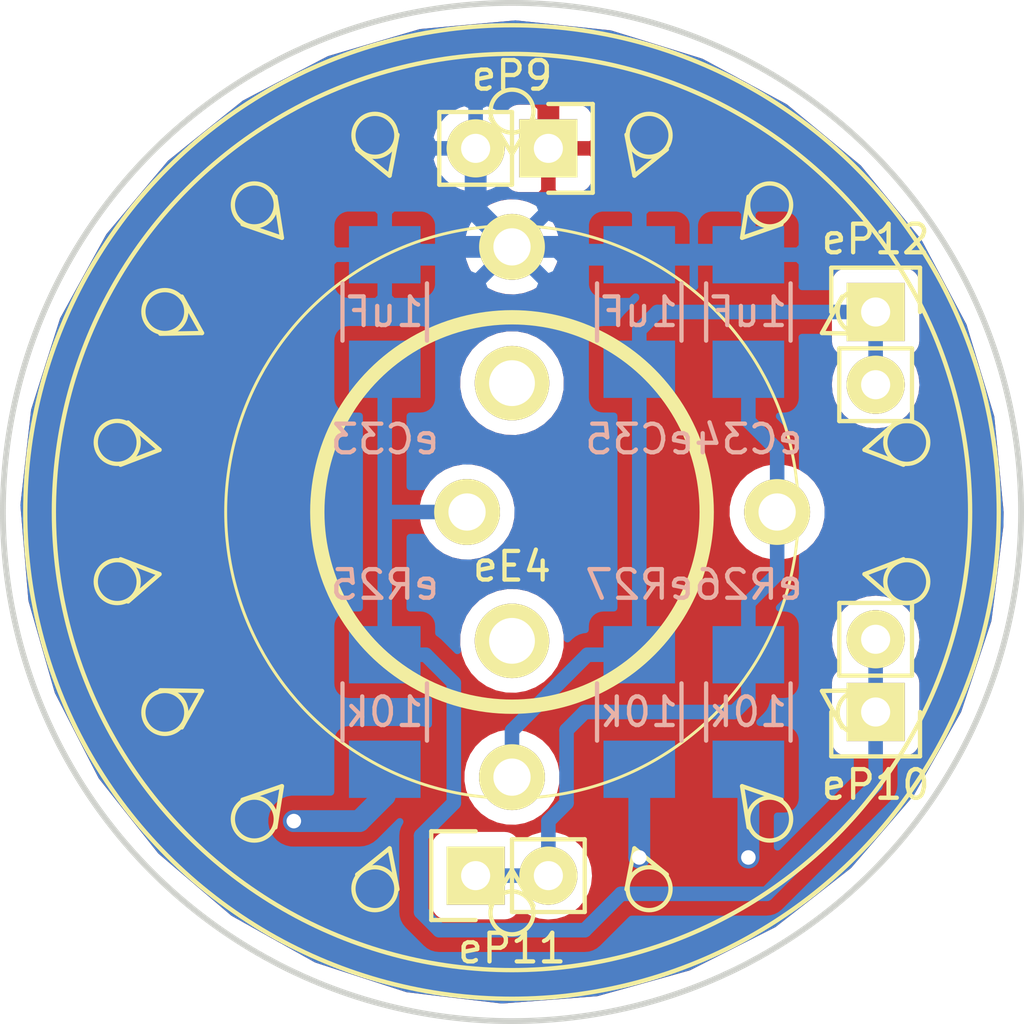
<source format=kicad_pcb>
(kicad_pcb (version 20160815) (host pcbnew 4.1.0-alpha+201609021633+7109~49~ubuntu16.04.1-product)

  (general
    (links 19)
    (no_connects 0)
    (area 123.723399 73.558399 159.486601 109.321601)
    (thickness 1.6)
    (drawings 1)
    (tracks 68)
    (zones 0)
    (modules 11)
    (nets 6)
  )

  (page A4)
  (layers
    (0 F.Cu signal)
    (31 B.Cu signal)
    (32 B.Adhes user)
    (33 F.Adhes user)
    (34 B.Paste user)
    (35 F.Paste user)
    (36 B.SilkS user)
    (37 F.SilkS user)
    (38 B.Mask user)
    (39 F.Mask user)
    (40 Dwgs.User user)
    (41 Cmts.User user)
    (42 Eco1.User user)
    (43 Eco2.User user)
    (44 Edge.Cuts user)
    (45 Margin user)
    (46 B.CrtYd user)
    (47 F.CrtYd user)
    (48 B.Fab user)
    (49 F.Fab user)
  )

  (setup
    (last_trace_width 0.254)
    (user_trace_width 0.254)
    (user_trace_width 0.508)
    (user_trace_width 0.762)
    (user_trace_width 1.016)
    (trace_clearance 0.1905)
    (zone_clearance 0.508)
    (zone_45_only no)
    (trace_min 0)
    (segment_width 0.2032)
    (edge_width 0.1524)
    (via_size 0.762)
    (via_drill 0.508)
    (via_min_size 0.4)
    (via_min_drill 0.3)
    (uvia_size 0.3)
    (uvia_drill 0.1)
    (uvias_allowed no)
    (uvia_min_size 0)
    (uvia_min_drill 0)
    (pcb_text_width 0.3048)
    (pcb_text_size 1.524 1.524)
    (mod_edge_width 0.1524)
    (mod_text_size 1.016 1.016)
    (mod_text_width 0.1524)
    (pad_size 1.524 1.524)
    (pad_drill 1.016)
    (pad_to_mask_clearance 0.2)
    (aux_axis_origin 0 0)
    (visible_elements FFFFEF7F)
    (pcbplotparams
      (layerselection 0x010f0_ffffffff)
      (usegerberextensions true)
      (usegerberattributes true)
      (excludeedgelayer true)
      (linewidth 0.101600)
      (plotframeref false)
      (viasonmask false)
      (mode 1)
      (useauxorigin false)
      (hpglpennumber 1)
      (hpglpenspeed 20)
      (hpglpendiameter 15)
      (psnegative false)
      (psa4output false)
      (plotreference true)
      (plotvalue true)
      (plotinvisibletext false)
      (padsonsilk false)
      (subtractmaskfromsilk true)
      (outputformat 1)
      (mirror false)
      (drillshape 0)
      (scaleselection 1)
      (outputdirectory gerber/encB))
  )

  (net 0 "")
  (net 1 /eGND)
  (net 2 /eEBS)
  (net 3 /eEBB)
  (net 4 /eEBA)
  (net 5 /eVCC)

  (net_class Default "This is the default net class."
    (clearance 0.1905)
    (trace_width 0.254)
    (via_dia 0.762)
    (via_drill 0.508)
    (uvia_dia 0.3)
    (uvia_drill 0.1)
    (diff_pair_gap 0.25)
    (diff_pair_width 0.2)
  )

  (net_class 20mil ""
    (clearance 0.1905)
    (trace_width 0.508)
    (via_dia 0.762)
    (via_drill 0.508)
    (uvia_dia 0.3)
    (uvia_drill 0.1)
    (diff_pair_gap 0.25)
    (diff_pair_width 0.2)
    (add_net /eEBA)
    (add_net /eEBB)
    (add_net /eEBS)
  )

  (net_class 30mil ""
    (clearance 0.1905)
    (trace_width 0.762)
    (via_dia 0.762)
    (via_drill 0.508)
    (uvia_dia 0.3)
    (uvia_drill 0.1)
    (diff_pair_gap 0.25)
    (diff_pair_width 0.2)
    (add_net /eGND)
    (add_net /eVCC)
  )

  (net_class 40mil ""
    (clearance 0.1905)
    (trace_width 1.016)
    (via_dia 0.762)
    (via_drill 0.508)
    (uvia_dia 0.3)
    (uvia_drill 0.1)
    (diff_pair_gap 0.25)
    (diff_pair_width 0.2)
  )

  (module velokey-footprints:TSWA3NCD23LFS (layer F.Cu) (tedit 57CEF748) (tstamp 57CEF644)
    (at 141.605 91.44 90)
    (path /57CDE2ED/56F82794)
    (fp_text reference eE4 (at -1.905 0 180) (layer F.SilkS)
      (effects (font (size 1 1) (thickness 0.15)))
    )
    (fp_text value ENC_B (at 1.905 0) (layer F.Fab)
      (effects (font (size 1 1) (thickness 0.15)))
    )
    (fp_circle (center 0 0) (end 10 0) (layer F.SilkS) (width 0.1016))
    (fp_line (start 12.5 0) (end 13.75 0.75) (layer F.SilkS) (width 0.15))
    (fp_line (start 13.75 -0.75) (end 12.5 0) (layer F.SilkS) (width 0.15))
    (fp_circle (center 14 0) (end 14 -0.75) (layer F.SilkS) (width 0.15))
    (fp_circle (center 0 0) (end 16 0) (layer F.SilkS) (width 0.15))
    (fp_circle (center 0 0) (end 17 0) (layer F.SilkS) (width 0.15))
    (fp_circle (center 0 0) (end 6.8 0) (layer F.SilkS) (width 0.5))
    (fp_circle (center 13.155697 -4.788282) (end 12.899182 -5.493051) (layer F.SilkS) (width 0.15))
    (fp_circle (center 10.724622 -8.999027) (end 10.242531 -9.57356) (layer F.SilkS) (width 0.15))
    (fp_circle (center 7 -12.124356) (end 6.350481 -12.499356) (layer F.SilkS) (width 0.15))
    (fp_circle (center 2.431074 -13.787309) (end 1.692469 -13.917545) (layer F.SilkS) (width 0.15))
    (fp_circle (center -2.431074 -13.787309) (end -3.16968 -13.657072) (layer F.SilkS) (width 0.15))
    (fp_circle (center -7 -12.124356) (end -7.649519 -11.749356) (layer F.SilkS) (width 0.15))
    (fp_circle (center -10.724622 -8.999027) (end -11.206713 -8.424493) (layer F.SilkS) (width 0.15))
    (fp_circle (center -13.155697 -4.788282) (end -13.412212 -4.083513) (layer F.SilkS) (width 0.15))
    (fp_circle (center -14 0) (end -14 0.75) (layer F.SilkS) (width 0.15))
    (fp_circle (center -13.155697 4.788282) (end -12.899182 5.493051) (layer F.SilkS) (width 0.15))
    (fp_circle (center -10.724622 8.999027) (end -10.242531 9.57356) (layer F.SilkS) (width 0.15))
    (fp_circle (center -7 12.124356) (end -6.350481 12.499356) (layer F.SilkS) (width 0.15))
    (fp_circle (center -2.431074 13.787309) (end -1.692469 13.917545) (layer F.SilkS) (width 0.15))
    (fp_circle (center 2.431074 13.787309) (end 3.16968 13.657072) (layer F.SilkS) (width 0.15))
    (fp_circle (center 7 12.124356) (end 7.649519 11.749356) (layer F.SilkS) (width 0.15))
    (fp_circle (center 10.724622 8.999027) (end 11.206713 8.424493) (layer F.SilkS) (width 0.15))
    (fp_circle (center 13.155697 4.788282) (end 13.412212 4.083513) (layer F.SilkS) (width 0.15))
    (fp_line (start 11.746158 -4.275252) (end 13.177289 -3.998008) (layer F.SilkS) (width 0.15))
    (fp_line (start 9.575556 -8.034845) (end 11.015202 -8.263796) (layer F.SilkS) (width 0.15))
    (fp_line (start 6.25 -10.825318) (end 7.524519 -11.532849) (layer F.SilkS) (width 0.15))
    (fp_line (start 2.170602 -12.310097) (end 3.126268 -13.41087) (layer F.SilkS) (width 0.15))
    (fp_line (start -2.170602 -12.310097) (end -1.649057 -13.671343) (layer F.SilkS) (width 0.15))
    (fp_line (start -6.25 -10.825318) (end -6.225481 -12.282849) (layer F.SilkS) (width 0.15))
    (fp_line (start -9.575556 -8.034845) (end -10.05102 -9.412863) (layer F.SilkS) (width 0.15))
    (fp_line (start -11.746158 -4.275252) (end -12.664258 -5.407546) (layer F.SilkS) (width 0.15))
    (fp_line (start -12.5 0) (end -13.75 -0.75) (layer F.SilkS) (width 0.15))
    (fp_line (start -11.746158 4.275252) (end -13.177289 3.998008) (layer F.SilkS) (width 0.15))
    (fp_line (start -9.575556 8.034845) (end -11.015202 8.263796) (layer F.SilkS) (width 0.15))
    (fp_line (start -6.25 10.825318) (end -7.524519 11.532849) (layer F.SilkS) (width 0.15))
    (fp_line (start -2.170602 12.310097) (end -3.126268 13.41087) (layer F.SilkS) (width 0.15))
    (fp_line (start 2.170602 12.310097) (end 1.649057 13.671343) (layer F.SilkS) (width 0.15))
    (fp_line (start 6.25 10.825318) (end 6.225481 12.282849) (layer F.SilkS) (width 0.15))
    (fp_line (start 9.575556 8.034845) (end 10.05102 9.412863) (layer F.SilkS) (width 0.15))
    (fp_line (start 11.746158 4.275252) (end 12.664258 5.407546) (layer F.SilkS) (width 0.15))
    (fp_line (start 12.664258 -5.407546) (end 11.746158 -4.275252) (layer F.SilkS) (width 0.15))
    (fp_line (start 10.05102 -9.412863) (end 9.575556 -8.034845) (layer F.SilkS) (width 0.15))
    (fp_line (start 6.225481 -12.282849) (end 6.25 -10.825318) (layer F.SilkS) (width 0.15))
    (fp_line (start 1.649057 -13.671343) (end 2.170602 -12.310097) (layer F.SilkS) (width 0.15))
    (fp_line (start -3.126268 -13.41087) (end -2.170602 -12.310097) (layer F.SilkS) (width 0.15))
    (fp_line (start -7.524519 -11.532849) (end -6.25 -10.825318) (layer F.SilkS) (width 0.15))
    (fp_line (start -11.015202 -8.263796) (end -9.575556 -8.034845) (layer F.SilkS) (width 0.15))
    (fp_line (start -13.177289 -3.998008) (end -11.746158 -4.275252) (layer F.SilkS) (width 0.15))
    (fp_line (start -13.75 0.75) (end -12.5 0) (layer F.SilkS) (width 0.15))
    (fp_line (start -12.664258 5.407546) (end -11.746158 4.275252) (layer F.SilkS) (width 0.15))
    (fp_line (start -10.05102 9.412863) (end -9.575556 8.034845) (layer F.SilkS) (width 0.15))
    (fp_line (start -6.225481 12.282849) (end -6.25 10.825318) (layer F.SilkS) (width 0.15))
    (fp_line (start -1.649057 13.671343) (end -2.170602 12.310097) (layer F.SilkS) (width 0.15))
    (fp_line (start 3.126268 13.41087) (end 2.170602 12.310097) (layer F.SilkS) (width 0.15))
    (fp_line (start 7.524519 11.532849) (end 6.25 10.825318) (layer F.SilkS) (width 0.15))
    (fp_line (start 11.015202 8.263796) (end 9.575556 8.034845) (layer F.SilkS) (width 0.15))
    (fp_line (start 13.177289 3.998008) (end 11.746158 4.275252) (layer F.SilkS) (width 0.15))
    (pad 4 thru_hole circle (at 0 -1.57 90) (size 2.3 2.3) (drill 1.3) (layers *.Cu *.Mask F.SilkS)
      (net 2 /eEBS))
    (pad 5 thru_hole circle (at -4.5 0 90) (size 2.6 2.6) (drill 1.6) (layers *.Cu *.Mask F.SilkS))
    (pad 1 thru_hole circle (at -9.26 0 90) (size 2.3 2.3) (drill 1.3) (layers *.Cu *.Mask F.SilkS)
      (net 4 /eEBA))
    (pad 6 thru_hole circle (at 4.5 0 90) (size 2.6 2.6) (drill 1.6) (layers *.Cu *.Mask F.SilkS))
    (pad 2 thru_hole circle (at 9.26 0 90) (size 2.3 2.3) (drill 1.3) (layers *.Cu *.Mask F.SilkS)
      (net 1 /eGND))
    (pad 3 thru_hole circle (at 0 9.26 90) (size 2.3 2.3) (drill 1.3) (layers *.Cu *.Mask F.SilkS)
      (net 3 /eEBB))
    (model ${KIPRJMOD}/3d_models/enc_a.wrl
      (at (xyz 0 0 0))
      (scale (xyz 1 1 1))
      (rotate (xyz 0 0 0))
    )
  )

  (module Pin_Headers:Pin_Header_Straight_1x02 (layer F.Cu) (tedit 57CEF755) (tstamp 57CEF6A7)
    (at 154.305 98.425 180)
    (descr "Through hole pin header")
    (tags "pin header")
    (path /57CDE2ED/57CEA935)
    (fp_text reference eP10 (at 0 -2.54 180) (layer F.SilkS)
      (effects (font (size 1 1) (thickness 0.15)))
    )
    (fp_text value ENC_B_2 (at 0 -3.1 180) (layer F.Fab) hide
      (effects (font (size 1 1) (thickness 0.15)))
    )
    (fp_line (start 1.27 1.27) (end 1.27 3.81) (layer F.SilkS) (width 0.15))
    (fp_line (start 1.55 -1.55) (end 1.55 0) (layer F.SilkS) (width 0.15))
    (fp_line (start -1.75 -1.75) (end -1.75 4.3) (layer F.CrtYd) (width 0.05))
    (fp_line (start 1.75 -1.75) (end 1.75 4.3) (layer F.CrtYd) (width 0.05))
    (fp_line (start -1.75 -1.75) (end 1.75 -1.75) (layer F.CrtYd) (width 0.05))
    (fp_line (start -1.75 4.3) (end 1.75 4.3) (layer F.CrtYd) (width 0.05))
    (fp_line (start 1.27 1.27) (end -1.27 1.27) (layer F.SilkS) (width 0.15))
    (fp_line (start -1.55 0) (end -1.55 -1.55) (layer F.SilkS) (width 0.15))
    (fp_line (start -1.55 -1.55) (end 1.55 -1.55) (layer F.SilkS) (width 0.15))
    (fp_line (start -1.27 1.27) (end -1.27 3.81) (layer F.SilkS) (width 0.15))
    (fp_line (start -1.27 3.81) (end 1.27 3.81) (layer F.SilkS) (width 0.15))
    (pad 1 thru_hole rect (at 0 0 180) (size 2.032 2.032) (drill 1.016) (layers *.Cu *.Mask F.SilkS)
      (net 2 /eEBS))
    (pad 2 thru_hole oval (at 0 2.54 180) (size 2.032 2.032) (drill 1.016) (layers *.Cu *.Mask F.SilkS)
      (net 2 /eEBS))
    (model Pin_Headers.3dshapes/Pin_Header_Straight_1x02.wrl
      (at (xyz 0 -0.05 0))
      (scale (xyz 1 1 1))
      (rotate (xyz 0 0 90))
    )
  )

  (module velokey-footprints:R_1210_HandSoldering (layer B.Cu) (tedit 57CEF738) (tstamp 57CEF7A9)
    (at 149.86 98.425 90)
    (descr "Resistor SMD 1210, hand soldering")
    (tags "resistor 1210")
    (path /57CDE2ED/57CEA915)
    (attr smd)
    (fp_text reference eR26 (at 4.445 0 180) (layer B.SilkS)
      (effects (font (size 1 1) (thickness 0.15)) (justify mirror))
    )
    (fp_text value 10k (at 0 0 180) (layer B.SilkS)
      (effects (font (size 1 1) (thickness 0.15)) (justify mirror))
    )
    (fp_line (start -3.3 1.6) (end 3.3 1.6) (layer B.CrtYd) (width 0.05))
    (fp_line (start -3.3 -1.6) (end 3.3 -1.6) (layer B.CrtYd) (width 0.05))
    (fp_line (start -3.3 1.6) (end -3.3 -1.6) (layer B.CrtYd) (width 0.05))
    (fp_line (start 3.3 1.6) (end 3.3 -1.6) (layer B.CrtYd) (width 0.05))
    (fp_line (start 1 -1.475) (end -1 -1.475) (layer B.SilkS) (width 0.15))
    (fp_line (start -1 1.475) (end 1 1.475) (layer B.SilkS) (width 0.15))
    (pad 1 smd rect (at -2 0 90) (size 2 2.5) (layers B.Cu B.Paste B.Mask)
      (net 5 /eVCC))
    (pad 2 smd rect (at 2 0 90) (size 2 2.5) (layers B.Cu B.Paste B.Mask)
      (net 3 /eEBB))
    (model ${KIPRJMOD}/3d_models/Res_smd_1210.wrl
      (at (xyz 0 0 0))
      (scale (xyz 1 1 1))
      (rotate (xyz 0 0 0))
    )
  )

  (module velokey-footprints:R_1210_HandSoldering (layer B.Cu) (tedit 57CEF733) (tstamp 57CEF79E)
    (at 146.05 98.425 90)
    (descr "Resistor SMD 1210, hand soldering")
    (tags "resistor 1210")
    (path /57CDE2ED/57CEA916)
    (attr smd)
    (fp_text reference eR27 (at 4.445 0 180) (layer B.SilkS)
      (effects (font (size 1 1) (thickness 0.15)) (justify mirror))
    )
    (fp_text value 10k (at 0 0 180) (layer B.SilkS)
      (effects (font (size 1 1) (thickness 0.15)) (justify mirror))
    )
    (fp_line (start -3.3 1.6) (end 3.3 1.6) (layer B.CrtYd) (width 0.05))
    (fp_line (start -3.3 -1.6) (end 3.3 -1.6) (layer B.CrtYd) (width 0.05))
    (fp_line (start -3.3 1.6) (end -3.3 -1.6) (layer B.CrtYd) (width 0.05))
    (fp_line (start 3.3 1.6) (end 3.3 -1.6) (layer B.CrtYd) (width 0.05))
    (fp_line (start 1 -1.475) (end -1 -1.475) (layer B.SilkS) (width 0.15))
    (fp_line (start -1 1.475) (end 1 1.475) (layer B.SilkS) (width 0.15))
    (pad 1 smd rect (at -2 0 90) (size 2 2.5) (layers B.Cu B.Paste B.Mask)
      (net 5 /eVCC))
    (pad 2 smd rect (at 2 0 90) (size 2 2.5) (layers B.Cu B.Paste B.Mask)
      (net 4 /eEBA))
    (model ${KIPRJMOD}/3d_models/Res_smd_1210.wrl
      (at (xyz 0 0 0))
      (scale (xyz 1 1 1))
      (rotate (xyz 0 0 0))
    )
  )

  (module velokey-footprints:C_1210_HandSoldering (layer B.Cu) (tedit 57CEF728) (tstamp 57CEF793)
    (at 149.86 84.455 90)
    (descr "Capacitor SMD 1210, hand soldering")
    (tags "capacitor 1210")
    (path /57CDE2ED/56B0FC8A)
    (attr smd)
    (fp_text reference eC34 (at -4.445 0 180) (layer B.SilkS)
      (effects (font (size 1 1) (thickness 0.15)) (justify mirror))
    )
    (fp_text value 1uF (at 0 0 180) (layer B.SilkS)
      (effects (font (size 1 1) (thickness 0.15)) (justify mirror))
    )
    (fp_line (start -3.3 1.6) (end 3.3 1.6) (layer B.CrtYd) (width 0.05))
    (fp_line (start -3.3 -1.6) (end 3.3 -1.6) (layer B.CrtYd) (width 0.05))
    (fp_line (start -3.3 1.6) (end -3.3 -1.6) (layer B.CrtYd) (width 0.05))
    (fp_line (start 3.3 1.6) (end 3.3 -1.6) (layer B.CrtYd) (width 0.05))
    (fp_line (start 1 1.475) (end -1 1.475) (layer B.SilkS) (width 0.15))
    (fp_line (start -1 -1.475) (end 1 -1.475) (layer B.SilkS) (width 0.15))
    (pad 1 smd rect (at -2 0 90) (size 2 2.5) (layers B.Cu B.Paste B.Mask)
      (net 3 /eEBB))
    (pad 2 smd rect (at 2 0 90) (size 2 2.5) (layers B.Cu B.Paste B.Mask)
      (net 1 /eGND))
    (model ${KIPRJMOD}/3d_models/Cap_smd_1210.wrl
      (at (xyz 0 0 0))
      (scale (xyz 1 1 1))
      (rotate (xyz 0 0 0))
    )
  )

  (module velokey-footprints:R_1210_HandSoldering (layer B.Cu) (tedit 57CEF72F) (tstamp 57CEF788)
    (at 137.16 98.425 90)
    (descr "Resistor SMD 1210, hand soldering")
    (tags "resistor 1210")
    (path /57CDE2ED/57CEA914)
    (attr smd)
    (fp_text reference eR25 (at 4.445 0 180) (layer B.SilkS)
      (effects (font (size 1 1) (thickness 0.15)) (justify mirror))
    )
    (fp_text value 10k (at 0 0 180) (layer B.SilkS)
      (effects (font (size 1 1) (thickness 0.15)) (justify mirror))
    )
    (fp_line (start -3.3 1.6) (end 3.3 1.6) (layer B.CrtYd) (width 0.05))
    (fp_line (start -3.3 -1.6) (end 3.3 -1.6) (layer B.CrtYd) (width 0.05))
    (fp_line (start -3.3 1.6) (end -3.3 -1.6) (layer B.CrtYd) (width 0.05))
    (fp_line (start 3.3 1.6) (end 3.3 -1.6) (layer B.CrtYd) (width 0.05))
    (fp_line (start 1 -1.475) (end -1 -1.475) (layer B.SilkS) (width 0.15))
    (fp_line (start -1 1.475) (end 1 1.475) (layer B.SilkS) (width 0.15))
    (pad 1 smd rect (at -2 0 90) (size 2 2.5) (layers B.Cu B.Paste B.Mask)
      (net 5 /eVCC))
    (pad 2 smd rect (at 2 0 90) (size 2 2.5) (layers B.Cu B.Paste B.Mask)
      (net 2 /eEBS))
    (model ${KIPRJMOD}/3d_models/Res_smd_1210.wrl
      (at (xyz 0 0 0))
      (scale (xyz 1 1 1))
      (rotate (xyz 0 0 0))
    )
  )

  (module velokey-footprints:C_1210_HandSoldering (layer B.Cu) (tedit 57CEF71E) (tstamp 57CEF77D)
    (at 137.16 84.455 90)
    (descr "Capacitor SMD 1210, hand soldering")
    (tags "capacitor 1210")
    (path /57CDE2ED/56B0FC84)
    (attr smd)
    (fp_text reference eC33 (at -4.445 0 180) (layer B.SilkS)
      (effects (font (size 1 1) (thickness 0.15)) (justify mirror))
    )
    (fp_text value 1uF (at 0 0) (layer B.SilkS)
      (effects (font (size 1 1) (thickness 0.15)) (justify mirror))
    )
    (fp_line (start -3.3 1.6) (end 3.3 1.6) (layer B.CrtYd) (width 0.05))
    (fp_line (start -3.3 -1.6) (end 3.3 -1.6) (layer B.CrtYd) (width 0.05))
    (fp_line (start -3.3 1.6) (end -3.3 -1.6) (layer B.CrtYd) (width 0.05))
    (fp_line (start 3.3 1.6) (end 3.3 -1.6) (layer B.CrtYd) (width 0.05))
    (fp_line (start 1 1.475) (end -1 1.475) (layer B.SilkS) (width 0.15))
    (fp_line (start -1 -1.475) (end 1 -1.475) (layer B.SilkS) (width 0.15))
    (pad 1 smd rect (at -2 0 90) (size 2 2.5) (layers B.Cu B.Paste B.Mask)
      (net 2 /eEBS))
    (pad 2 smd rect (at 2 0 90) (size 2 2.5) (layers B.Cu B.Paste B.Mask)
      (net 1 /eGND))
    (model ${KIPRJMOD}/3d_models/Cap_smd_1210.wrl
      (at (xyz 0 0 0))
      (scale (xyz 1 1 1))
      (rotate (xyz 0 0 0))
    )
  )

  (module velokey-footprints:C_1210_HandSoldering (layer B.Cu) (tedit 57CEF724) (tstamp 57CEF762)
    (at 146.05 84.455 90)
    (descr "Capacitor SMD 1210, hand soldering")
    (tags "capacitor 1210")
    (path /57CDE2ED/57CEA919)
    (attr smd)
    (fp_text reference eC35 (at -4.445 0 180) (layer B.SilkS)
      (effects (font (size 1 1) (thickness 0.15)) (justify mirror))
    )
    (fp_text value 1uF (at 0 0 180) (layer B.SilkS)
      (effects (font (size 1 1) (thickness 0.15)) (justify mirror))
    )
    (fp_line (start -3.3 1.6) (end 3.3 1.6) (layer B.CrtYd) (width 0.05))
    (fp_line (start -3.3 -1.6) (end 3.3 -1.6) (layer B.CrtYd) (width 0.05))
    (fp_line (start -3.3 1.6) (end -3.3 -1.6) (layer B.CrtYd) (width 0.05))
    (fp_line (start 3.3 1.6) (end 3.3 -1.6) (layer B.CrtYd) (width 0.05))
    (fp_line (start 1 1.475) (end -1 1.475) (layer B.SilkS) (width 0.15))
    (fp_line (start -1 -1.475) (end 1 -1.475) (layer B.SilkS) (width 0.15))
    (pad 1 smd rect (at -2 0 90) (size 2 2.5) (layers B.Cu B.Paste B.Mask)
      (net 4 /eEBA))
    (pad 2 smd rect (at 2 0 90) (size 2 2.5) (layers B.Cu B.Paste B.Mask)
      (net 1 /eGND))
    (model ${KIPRJMOD}/3d_models/Cap_smd_1210.wrl
      (at (xyz 0 0 0))
      (scale (xyz 1 1 1))
      (rotate (xyz 0 0 0))
    )
  )

  (module Pin_Headers:Pin_Header_Straight_1x02 (layer F.Cu) (tedit 57CEF75F) (tstamp 57CEF6B7)
    (at 154.305 84.455)
    (descr "Through hole pin header")
    (tags "pin header")
    (path /57CDE2ED/57CEA937)
    (fp_text reference eP12 (at 0 -2.54) (layer F.SilkS)
      (effects (font (size 1 1) (thickness 0.15)))
    )
    (fp_text value ENC_B_4 (at 0 -3.1) (layer F.Fab) hide
      (effects (font (size 1 1) (thickness 0.15)))
    )
    (fp_line (start 1.27 1.27) (end 1.27 3.81) (layer F.SilkS) (width 0.15))
    (fp_line (start 1.55 -1.55) (end 1.55 0) (layer F.SilkS) (width 0.15))
    (fp_line (start -1.75 -1.75) (end -1.75 4.3) (layer F.CrtYd) (width 0.05))
    (fp_line (start 1.75 -1.75) (end 1.75 4.3) (layer F.CrtYd) (width 0.05))
    (fp_line (start -1.75 -1.75) (end 1.75 -1.75) (layer F.CrtYd) (width 0.05))
    (fp_line (start -1.75 4.3) (end 1.75 4.3) (layer F.CrtYd) (width 0.05))
    (fp_line (start 1.27 1.27) (end -1.27 1.27) (layer F.SilkS) (width 0.15))
    (fp_line (start -1.55 0) (end -1.55 -1.55) (layer F.SilkS) (width 0.15))
    (fp_line (start -1.55 -1.55) (end 1.55 -1.55) (layer F.SilkS) (width 0.15))
    (fp_line (start -1.27 1.27) (end -1.27 3.81) (layer F.SilkS) (width 0.15))
    (fp_line (start -1.27 3.81) (end 1.27 3.81) (layer F.SilkS) (width 0.15))
    (pad 1 thru_hole rect (at 0 0) (size 2.032 2.032) (drill 1.016) (layers *.Cu *.Mask F.SilkS)
      (net 4 /eEBA))
    (pad 2 thru_hole oval (at 0 2.54) (size 2.032 2.032) (drill 1.016) (layers *.Cu *.Mask F.SilkS)
      (net 4 /eEBA))
    (model Pin_Headers.3dshapes/Pin_Header_Straight_1x02.wrl
      (at (xyz 0 -0.05 0))
      (scale (xyz 1 1 1))
      (rotate (xyz 0 0 90))
    )
  )

  (module Pin_Headers:Pin_Header_Straight_1x02 (layer F.Cu) (tedit 57CEF75A) (tstamp 57CEF697)
    (at 140.335 104.14 90)
    (descr "Through hole pin header")
    (tags "pin header")
    (path /57CDE2ED/57CEA936)
    (fp_text reference eP11 (at -2.54 1.27 180) (layer F.SilkS)
      (effects (font (size 1 1) (thickness 0.15)))
    )
    (fp_text value ENC_B_3 (at 0 -3.1 90) (layer F.Fab) hide
      (effects (font (size 1 1) (thickness 0.15)))
    )
    (fp_line (start 1.27 1.27) (end 1.27 3.81) (layer F.SilkS) (width 0.15))
    (fp_line (start 1.55 -1.55) (end 1.55 0) (layer F.SilkS) (width 0.15))
    (fp_line (start -1.75 -1.75) (end -1.75 4.3) (layer F.CrtYd) (width 0.05))
    (fp_line (start 1.75 -1.75) (end 1.75 4.3) (layer F.CrtYd) (width 0.05))
    (fp_line (start -1.75 -1.75) (end 1.75 -1.75) (layer F.CrtYd) (width 0.05))
    (fp_line (start -1.75 4.3) (end 1.75 4.3) (layer F.CrtYd) (width 0.05))
    (fp_line (start 1.27 1.27) (end -1.27 1.27) (layer F.SilkS) (width 0.15))
    (fp_line (start -1.55 0) (end -1.55 -1.55) (layer F.SilkS) (width 0.15))
    (fp_line (start -1.55 -1.55) (end 1.55 -1.55) (layer F.SilkS) (width 0.15))
    (fp_line (start -1.27 1.27) (end -1.27 3.81) (layer F.SilkS) (width 0.15))
    (fp_line (start -1.27 3.81) (end 1.27 3.81) (layer F.SilkS) (width 0.15))
    (pad 1 thru_hole rect (at 0 0 90) (size 2.032 2.032) (drill 1.016) (layers *.Cu *.Mask F.SilkS)
      (net 3 /eEBB))
    (pad 2 thru_hole oval (at 0 2.54 90) (size 2.032 2.032) (drill 1.016) (layers *.Cu *.Mask F.SilkS)
      (net 3 /eEBB))
    (model Pin_Headers.3dshapes/Pin_Header_Straight_1x02.wrl
      (at (xyz 0 -0.05 0))
      (scale (xyz 1 1 1))
      (rotate (xyz 0 0 90))
    )
  )

  (module Pin_Headers:Pin_Header_Straight_1x02 (layer F.Cu) (tedit 57CEF74E) (tstamp 57CEF687)
    (at 142.875 78.74 270)
    (descr "Through hole pin header")
    (tags "pin header")
    (path /57CDE2ED/57CEA934)
    (fp_text reference eP9 (at -2.54 1.27) (layer F.SilkS)
      (effects (font (size 1 1) (thickness 0.15)))
    )
    (fp_text value ENC_B_1 (at 0 -3.1 270) (layer F.Fab) hide
      (effects (font (size 1 1) (thickness 0.15)))
    )
    (fp_line (start 1.27 1.27) (end 1.27 3.81) (layer F.SilkS) (width 0.15))
    (fp_line (start 1.55 -1.55) (end 1.55 0) (layer F.SilkS) (width 0.15))
    (fp_line (start -1.75 -1.75) (end -1.75 4.3) (layer F.CrtYd) (width 0.05))
    (fp_line (start 1.75 -1.75) (end 1.75 4.3) (layer F.CrtYd) (width 0.05))
    (fp_line (start -1.75 -1.75) (end 1.75 -1.75) (layer F.CrtYd) (width 0.05))
    (fp_line (start -1.75 4.3) (end 1.75 4.3) (layer F.CrtYd) (width 0.05))
    (fp_line (start 1.27 1.27) (end -1.27 1.27) (layer F.SilkS) (width 0.15))
    (fp_line (start -1.55 0) (end -1.55 -1.55) (layer F.SilkS) (width 0.15))
    (fp_line (start -1.55 -1.55) (end 1.55 -1.55) (layer F.SilkS) (width 0.15))
    (fp_line (start -1.27 1.27) (end -1.27 3.81) (layer F.SilkS) (width 0.15))
    (fp_line (start -1.27 3.81) (end 1.27 3.81) (layer F.SilkS) (width 0.15))
    (pad 1 thru_hole rect (at 0 0 270) (size 2.032 2.032) (drill 1.016) (layers *.Cu *.Mask F.SilkS)
      (net 5 /eVCC))
    (pad 2 thru_hole oval (at 0 2.54 270) (size 2.032 2.032) (drill 1.016) (layers *.Cu *.Mask F.SilkS)
      (net 1 /eGND))
    (model Pin_Headers.3dshapes/Pin_Header_Straight_1x02.wrl
      (at (xyz 0 -0.05 0))
      (scale (xyz 1 1 1))
      (rotate (xyz 0 0 90))
    )
  )

  (gr_circle (center 141.605 91.44) (end 159.385 91.44) (layer Edge.Cuts) (width 0.2032) (tstamp 57CEF330))

  (segment (start 137.16 82.455) (end 136.91 82.455) (width 0.762) (layer B.Cu) (net 1) (tstamp 57CEFB53) (status 30))
  (segment (start 137.16 82.455) (end 139.172 82.455) (width 0.762) (layer B.Cu) (net 1) (tstamp 57CEFB51) (status 10))
  (segment (start 139.447 82.18) (end 139.172 82.455) (width 0.762) (layer B.Cu) (net 1) (tstamp 57CEFB50))
  (segment (start 143.231345 82.18) (end 143.51 82.458655) (width 0.762) (layer B.Cu) (net 1) (tstamp 57CEFB4F))
  (segment (start 141.605 82.18) (end 139.447 82.18) (width 0.762) (layer B.Cu) (net 1) (tstamp 57CEFB4E) (status 10))
  (segment (start 141.605 82.18) (end 143.231345 82.18) (width 0.762) (layer B.Cu) (net 1) (tstamp 57CEFB4D) (status 10))
  (segment (start 143.513655 82.455) (end 146.05 82.455) (width 0.762) (layer B.Cu) (net 1) (tstamp 57CEFB4C) (status 20))
  (segment (start 140.335 80.91) (end 141.605 82.18) (width 0.762) (layer B.Cu) (net 1) (tstamp 57CEFB4B) (status 20))
  (segment (start 143.51 82.458655) (end 143.513655 82.455) (width 0.762) (layer B.Cu) (net 1) (tstamp 57CEFB4A))
  (segment (start 146.05 82.455) (end 149.86 82.455) (width 0.762) (layer B.Cu) (net 1) (tstamp 57CEFB36) (status 30))
  (segment (start 140.335 78.74) (end 140.335 80.91) (width 0.762) (layer B.Cu) (net 1) (tstamp 57CEFB31) (status 10))
  (segment (start 144.145 106.045) (end 139.065 106.045) (width 0.508) (layer B.Cu) (net 2))
  (segment (start 139.065 106.045) (end 138.43 105.41) (width 0.508) (layer B.Cu) (net 2) (tstamp 57D90D21))
  (segment (start 150.495 104.775) (end 145.415 104.775) (width 0.508) (layer B.Cu) (net 2))
  (segment (start 145.415 104.775) (end 144.145 106.045) (width 0.508) (layer B.Cu) (net 2) (tstamp 57D90D12))
  (segment (start 154.305 98.425) (end 154.305 100.965) (width 0.508) (layer B.Cu) (net 2) (status 10))
  (segment (start 138.589 96.425) (end 137.16 96.425) (width 0.508) (layer B.Cu) (net 2) (tstamp 57D906DD) (status 20))
  (segment (start 138.43 105.41) (end 138.43 102.743) (width 0.508) (layer B.Cu) (net 2) (tstamp 57D90D24))
  (segment (start 138.43 102.743) (end 139.573 101.6) (width 0.508) (layer B.Cu) (net 2) (tstamp 57D906D0))
  (segment (start 139.573 101.6) (end 139.573 97.409) (width 0.508) (layer B.Cu) (net 2) (tstamp 57D906D6))
  (segment (start 139.573 97.409) (end 138.589 96.425) (width 0.508) (layer B.Cu) (net 2) (tstamp 57D906D7))
  (segment (start 154.305 100.965) (end 150.495 104.775) (width 0.508) (layer B.Cu) (net 2) (tstamp 57D906B9))
  (segment (start 154.305 98.425) (end 154.305 95.885) (width 0.508) (layer B.Cu) (net 2) (status 30))
  (segment (start 137.16 96.425) (end 137.16 91.44) (width 0.508) (layer B.Cu) (net 2) (tstamp 57CEFB72) (status 10))
  (segment (start 140.035 91.44) (end 137.16 91.44) (width 0.508) (layer B.Cu) (net 2) (tstamp 57CEFB6F) (status 10))
  (segment (start 137.16 86.455) (end 137.16 91.44) (width 0.508) (layer B.Cu) (net 2) (tstamp 57CEFAFF) (status 10))
  (segment (start 142.875 102.235) (end 143.51 101.6) (width 0.508) (layer B.Cu) (net 3))
  (segment (start 142.875 104.14) (end 142.875 102.235) (width 0.508) (layer B.Cu) (net 3) (status 10))
  (segment (start 140.335 104.14) (end 142.875 104.14) (width 0.508) (layer B.Cu) (net 3) (status 30))
  (segment (start 144.145 98.425) (end 143.51 99.06) (width 0.508) (layer B.Cu) (net 3) (tstamp 57CEFB77))
  (segment (start 143.51 99.06) (end 143.51 101.6) (width 0.508) (layer B.Cu) (net 3) (tstamp 57CEFB74))
  (segment (start 149.368 98.425) (end 144.145 98.425) (width 0.508) (layer B.Cu) (net 3) (tstamp 57CEFB6E))
  (segment (start 149.86 97.933) (end 149.368 98.425) (width 0.508) (layer B.Cu) (net 3) (tstamp 57CEFB6B))
  (segment (start 149.86 96.425) (end 149.86 94.615) (width 0.508) (layer B.Cu) (net 3) (tstamp 57CEFB64) (status 10))
  (segment (start 149.86 96.425) (end 149.86 97.933) (width 0.508) (layer B.Cu) (net 3) (tstamp 57CEFB63) (status 10))
  (segment (start 150.865 93.61) (end 150.865 91.44) (width 0.508) (layer B.Cu) (net 3) (tstamp 57CEFB62) (status 20))
  (segment (start 149.86 94.615) (end 150.865 93.61) (width 0.508) (layer B.Cu) (net 3) (tstamp 57CEFB61))
  (segment (start 150.865 89.27) (end 149.86 88.265) (width 0.508) (layer B.Cu) (net 3) (tstamp 57CEFB46))
  (segment (start 150.865 91.44) (end 150.865 89.27) (width 0.508) (layer B.Cu) (net 3) (tstamp 57CEFB45) (status 10))
  (segment (start 149.86 88.265) (end 149.86 86.455) (width 0.508) (layer B.Cu) (net 3) (tstamp 57CEFB44) (status 20))
  (segment (start 154.305 84.455) (end 146.685 84.455) (width 0.508) (layer B.Cu) (net 4) (status 10))
  (segment (start 146.05 85.09) (end 146.05 86.455) (width 0.508) (layer B.Cu) (net 4) (tstamp 57D90400) (status 20))
  (segment (start 146.685 84.455) (end 146.05 85.09) (width 0.508) (layer B.Cu) (net 4) (tstamp 57D903FF))
  (segment (start 154.305 84.455) (end 154.305 86.995) (width 0.508) (layer B.Cu) (net 4) (status 30))
  (segment (start 141.605 100.7) (end 141.605 99.073655) (width 0.508) (layer B.Cu) (net 4) (tstamp 57CEFB78) (status 10))
  (segment (start 141.605 99.073655) (end 142.875 97.803655) (width 0.508) (layer B.Cu) (net 4) (tstamp 57CEFB76))
  (segment (start 142.875 97.79) (end 144.24 96.425) (width 0.508) (layer B.Cu) (net 4) (tstamp 57CEFB6D))
  (segment (start 144.24 96.425) (end 146.05 96.425) (width 0.508) (layer B.Cu) (net 4) (tstamp 57CEFB6C) (status 20))
  (segment (start 142.875 97.803655) (end 142.875 97.79) (width 0.508) (layer B.Cu) (net 4) (tstamp 57CEFB6A))
  (segment (start 146.05 96.425) (end 146.05 86.455) (width 0.508) (layer B.Cu) (net 4) (tstamp 57CEFB47) (status 30))
  (segment (start 144.653 107.315) (end 139.065 107.315) (width 0.762) (layer F.Cu) (net 5))
  (segment (start 139.065 107.315) (end 133.985 102.235) (width 0.762) (layer F.Cu) (net 5) (tstamp 57D90771))
  (segment (start 137.16 100.425) (end 137.16 101.346) (width 0.762) (layer B.Cu) (net 5) (status 30))
  (segment (start 137.16 101.346) (end 136.271 102.235) (width 0.762) (layer B.Cu) (net 5) (tstamp 57D9074F) (status 10))
  (via (at 133.985 102.235) (size 0.762) (drill 0.508) (layers F.Cu B.Cu) (net 5))
  (segment (start 136.271 102.235) (end 133.985 102.235) (width 0.762) (layer B.Cu) (net 5) (tstamp 57D9075A))
  (segment (start 146.05 103.505) (end 146.05 105.918) (width 0.762) (layer F.Cu) (net 5))
  (segment (start 146.05 105.918) (end 144.653 107.315) (width 0.762) (layer F.Cu) (net 5) (tstamp 57D90742))
  (segment (start 146.05 103.505) (end 149.86 103.505) (width 0.762) (layer F.Cu) (net 5))
  (segment (start 149.86 103.505) (end 149.86 100.425) (width 0.762) (layer B.Cu) (net 5) (tstamp 57D9073B) (status 20))
  (via (at 149.86 103.505) (size 0.762) (drill 0.508) (layers F.Cu B.Cu) (net 5))
  (segment (start 146.05 100.425) (end 146.05 103.505) (width 0.762) (layer B.Cu) (net 5) (status 10))
  (via (at 146.05 103.505) (size 0.762) (drill 0.508) (layers F.Cu B.Cu) (net 5))
  (segment (start 142.875 78.74) (end 142.875 77.216) (width 0.762) (layer F.Cu) (net 5) (status 10))
  (segment (start 133.985 81.661) (end 133.985 102.235) (width 0.762) (layer F.Cu) (net 5) (tstamp 57D906F7))
  (segment (start 139.446 76.2) (end 133.985 81.661) (width 0.762) (layer F.Cu) (net 5) (tstamp 57D906F5))
  (segment (start 141.859 76.2) (end 139.446 76.2) (width 0.762) (layer F.Cu) (net 5) (tstamp 57D906F4))
  (segment (start 142.875 77.216) (end 141.859 76.2) (width 0.762) (layer F.Cu) (net 5) (tstamp 57D906F3))

  (zone (net 1) (net_name /eGND) (layer B.Cu) (tstamp 57D90B5C) (hatch edge 0.508)
    (connect_pads (clearance 0.508))
    (min_thickness 0.254)
    (fill yes (arc_segments 32) (thermal_gap 0.508) (thermal_bridge_width 0.508) (smoothing fillet) (radius 2.54))
    (polygon
      (pts
        (xy 141.605 73.66) (xy 149.225 73.66) (xy 159.385 83.82) (xy 159.385 91.44) (xy 159.385 99.06)
        (xy 149.225 109.22) (xy 141.605 109.22) (xy 133.985 109.22) (xy 123.825 99.06) (xy 123.825 91.44)
        (xy 123.825 83.82) (xy 133.985 73.66)
      )
    )
    (filled_polygon
      (pts
        (xy 145.032051 74.744707) (xy 148.209583 75.728318) (xy 151.135548 77.310381) (xy 153.698498 79.430637) (xy 155.80081 82.008326)
        (xy 157.362408 84.945265) (xy 158.323811 88.129586) (xy 158.6484 91.44) (xy 158.641755 91.91588) (xy 158.224861 95.21594)
        (xy 157.174921 98.372175) (xy 155.531927 101.264367) (xy 153.358462 103.782351) (xy 150.73731 105.830219) (xy 147.768312 107.329967)
        (xy 144.564555 108.224472) (xy 141.24807 108.479662) (xy 137.94518 108.085816) (xy 134.781691 107.057937) (xy 131.8781 105.435174)
        (xy 129.345004 103.27934) (xy 128.58498 102.320428) (xy 132.967664 102.320428) (xy 133.003633 102.516403) (xy 133.076981 102.701659)
        (xy 133.184915 102.86914) (xy 133.323324 103.012467) (xy 133.486936 103.12618) (xy 133.66952 103.205949) (xy 133.864119 103.248734)
        (xy 134.063324 103.252907) (xy 134.074139 103.251) (xy 136.271 103.251) (xy 136.364407 103.241841) (xy 136.457895 103.233662)
        (xy 136.463026 103.232171) (xy 136.468342 103.23165) (xy 136.558166 103.204531) (xy 136.64831 103.178342) (xy 136.653054 103.175883)
        (xy 136.658168 103.174339) (xy 136.741053 103.130268) (xy 136.824353 103.087089) (xy 136.828526 103.083758) (xy 136.833246 103.081248)
        (xy 136.905982 103.021926) (xy 136.979319 102.963382) (xy 136.986752 102.956051) (xy 136.986908 102.955924) (xy 136.987027 102.95578)
        (xy 136.98942 102.95342) (xy 137.687633 102.255208) (xy 137.652449 102.320825) (xy 137.612889 102.392786) (xy 137.611476 102.39724)
        (xy 137.609266 102.401362) (xy 137.585249 102.479917) (xy 137.560427 102.558167) (xy 137.559906 102.562812) (xy 137.558539 102.567283)
        (xy 137.550241 102.64898) (xy 137.541087 102.730588) (xy 137.541023 102.73973) (xy 137.541006 102.739897) (xy 137.541021 102.740052)
        (xy 137.541 102.743) (xy 137.541 105.41) (xy 137.549011 105.491704) (xy 137.55617 105.573533) (xy 137.557475 105.578025)
        (xy 137.557931 105.582674) (xy 137.581665 105.661284) (xy 137.604577 105.740146) (xy 137.606727 105.744294) (xy 137.608079 105.748772)
        (xy 137.646647 105.821309) (xy 137.684422 105.894184) (xy 137.687338 105.897837) (xy 137.689533 105.901965) (xy 137.741442 105.965611)
        (xy 137.792667 106.02978) (xy 137.799084 106.036288) (xy 137.799192 106.03642) (xy 137.799315 106.036521) (xy 137.801382 106.038618)
        (xy 138.436382 106.673618) (xy 138.499827 106.725732) (xy 138.562744 106.778526) (xy 138.566842 106.780779) (xy 138.570453 106.783745)
        (xy 138.642825 106.822551) (xy 138.714786 106.862111) (xy 138.71924 106.863524) (xy 138.723362 106.865734) (xy 138.801917 106.889751)
        (xy 138.880167 106.914573) (xy 138.884812 106.915094) (xy 138.889283 106.916461) (xy 138.971024 106.924764) (xy 139.052588 106.933913)
        (xy 139.06172 106.933977) (xy 139.061897 106.933995) (xy 139.062062 106.933979) (xy 139.065 106.934) (xy 144.145 106.934)
        (xy 144.226704 106.925989) (xy 144.308533 106.91883) (xy 144.313025 106.917525) (xy 144.317674 106.917069) (xy 144.396284 106.893335)
        (xy 144.475146 106.870423) (xy 144.479294 106.868273) (xy 144.483772 106.866921) (xy 144.556309 106.828353) (xy 144.629184 106.790578)
        (xy 144.632837 106.787662) (xy 144.636965 106.785467) (xy 144.700611 106.733558) (xy 144.76478 106.682333) (xy 144.771288 106.675916)
        (xy 144.77142 106.675808) (xy 144.771521 106.675685) (xy 144.773618 106.673618) (xy 145.783236 105.664) (xy 150.495 105.664)
        (xy 150.576704 105.655989) (xy 150.658533 105.64883) (xy 150.663025 105.647525) (xy 150.667674 105.647069) (xy 150.746284 105.623335)
        (xy 150.825146 105.600423) (xy 150.829294 105.598273) (xy 150.833772 105.596921) (xy 150.906309 105.558353) (xy 150.979184 105.520578)
        (xy 150.982837 105.517662) (xy 150.986965 105.515467) (xy 151.050611 105.463558) (xy 151.11478 105.412333) (xy 151.121288 105.405916)
        (xy 151.12142 105.405808) (xy 151.121521 105.405685) (xy 151.123618 105.403618) (xy 154.933618 101.593618) (xy 154.985732 101.530173)
        (xy 155.038526 101.467256) (xy 155.040779 101.463158) (xy 155.043745 101.459547) (xy 155.082551 101.387175) (xy 155.122111 101.315214)
        (xy 155.123524 101.31076) (xy 155.125734 101.306638) (xy 155.149751 101.228083) (xy 155.174573 101.149833) (xy 155.175094 101.145188)
        (xy 155.176461 101.140717) (xy 155.184764 101.058976) (xy 155.193913 100.977412) (xy 155.193977 100.96828) (xy 155.193995 100.968103)
        (xy 155.193979 100.967938) (xy 155.194 100.965) (xy 155.194 100.079072) (xy 155.321 100.079072) (xy 155.445482 100.066812)
        (xy 155.56518 100.030502) (xy 155.675494 99.971537) (xy 155.772185 99.892185) (xy 155.851537 99.795494) (xy 155.910502 99.68518)
        (xy 155.946812 99.565482) (xy 155.959072 99.441) (xy 155.959072 97.409) (xy 155.946812 97.284518) (xy 155.910502 97.16482)
        (xy 155.851537 97.054506) (xy 155.772185 96.957815) (xy 155.675494 96.878463) (xy 155.639528 96.859239) (xy 155.681729 96.808227)
        (xy 155.834984 96.524788) (xy 155.930267 96.21698) (xy 155.963948 95.896526) (xy 155.934744 95.575633) (xy 155.843769 95.266525)
        (xy 155.694486 94.980973) (xy 155.492582 94.729856) (xy 155.245749 94.522738) (xy 154.963386 94.367508) (xy 154.65625 94.270078)
        (xy 154.33604 94.234161) (xy 154.312988 94.234) (xy 154.297012 94.234) (xy 153.976331 94.265443) (xy 153.667865 94.358574)
        (xy 153.383363 94.509847) (xy 153.133661 94.713499) (xy 152.928271 94.961773) (xy 152.775016 95.245212) (xy 152.679733 95.55302)
        (xy 152.646052 95.873474) (xy 152.675256 96.194367) (xy 152.766231 96.503475) (xy 152.915514 96.789027) (xy 152.971517 96.85868)
        (xy 152.934506 96.878463) (xy 152.837815 96.957815) (xy 152.758463 97.054506) (xy 152.699498 97.16482) (xy 152.663188 97.284518)
        (xy 152.650928 97.409) (xy 152.650928 99.441) (xy 152.663188 99.565482) (xy 152.699498 99.68518) (xy 152.758463 99.795494)
        (xy 152.837815 99.892185) (xy 152.934506 99.971537) (xy 153.04482 100.030502) (xy 153.164518 100.066812) (xy 153.289 100.079072)
        (xy 153.416 100.079072) (xy 153.416 100.596764) (xy 150.876 103.136764) (xy 150.876 102.063072) (xy 151.11 102.063072)
        (xy 151.234482 102.050812) (xy 151.35418 102.014502) (xy 151.464494 101.955537) (xy 151.561185 101.876185) (xy 151.640537 101.779494)
        (xy 151.699502 101.66918) (xy 151.735812 101.549482) (xy 151.748072 101.425) (xy 151.748072 99.425) (xy 151.735812 99.300518)
        (xy 151.699502 99.18082) (xy 151.640537 99.070506) (xy 151.561185 98.973815) (xy 151.464494 98.894463) (xy 151.35418 98.835498)
        (xy 151.234482 98.799188) (xy 151.11 98.786928) (xy 150.263308 98.786928) (xy 150.488618 98.561618) (xy 150.540732 98.498173)
        (xy 150.593526 98.435256) (xy 150.595779 98.431158) (xy 150.598745 98.427547) (xy 150.637551 98.355175) (xy 150.677111 98.283214)
        (xy 150.678524 98.27876) (xy 150.680734 98.274638) (xy 150.704755 98.196071) (xy 150.729573 98.117833) (xy 150.730094 98.11319)
        (xy 150.731461 98.108718) (xy 150.736097 98.063072) (xy 151.11 98.063072) (xy 151.234482 98.050812) (xy 151.35418 98.014502)
        (xy 151.464494 97.955537) (xy 151.561185 97.876185) (xy 151.640537 97.779494) (xy 151.699502 97.66918) (xy 151.735812 97.549482)
        (xy 151.748072 97.425) (xy 151.748072 95.425) (xy 151.735812 95.300518) (xy 151.699502 95.18082) (xy 151.640537 95.070506)
        (xy 151.561185 94.973815) (xy 151.464494 94.894463) (xy 151.35418 94.835498) (xy 151.234482 94.799188) (xy 151.11 94.786928)
        (xy 150.945308 94.786928) (xy 151.493618 94.238618) (xy 151.545732 94.175173) (xy 151.598526 94.112256) (xy 151.600779 94.108158)
        (xy 151.603745 94.104547) (xy 151.642551 94.032175) (xy 151.682111 93.960214) (xy 151.683524 93.95576) (xy 151.685734 93.951638)
        (xy 151.709751 93.873083) (xy 151.734573 93.794833) (xy 151.735094 93.790188) (xy 151.736461 93.785717) (xy 151.744764 93.703976)
        (xy 151.753913 93.622412) (xy 151.753977 93.61328) (xy 151.753995 93.613103) (xy 151.753979 93.612938) (xy 151.754 93.61)
        (xy 151.754 92.990022) (xy 151.969273 92.853405) (xy 152.222774 92.611999) (xy 152.424558 92.325952) (xy 152.566939 92.00616)
        (xy 152.644494 91.664802) (xy 152.650077 91.264972) (xy 152.582084 90.921582) (xy 152.448687 90.597938) (xy 152.254969 90.306369)
        (xy 152.008307 90.057979) (xy 151.754 89.886447) (xy 151.754 89.27) (xy 151.745993 89.188336) (xy 151.73883 89.106468)
        (xy 151.737525 89.101976) (xy 151.737069 89.097326) (xy 151.713346 89.01875) (xy 151.690424 88.939854) (xy 151.688272 88.935702)
        (xy 151.686921 88.931228) (xy 151.648371 88.858727) (xy 151.610578 88.785816) (xy 151.607662 88.782163) (xy 151.605467 88.778035)
        (xy 151.553558 88.714389) (xy 151.502333 88.65022) (xy 151.495916 88.643712) (xy 151.495808 88.64358) (xy 151.495685 88.643479)
        (xy 151.493618 88.641382) (xy 150.945308 88.093072) (xy 151.11 88.093072) (xy 151.234482 88.080812) (xy 151.35418 88.044502)
        (xy 151.464494 87.985537) (xy 151.561185 87.906185) (xy 151.640537 87.809494) (xy 151.699502 87.69918) (xy 151.735812 87.579482)
        (xy 151.748072 87.455) (xy 151.748072 85.455) (xy 151.73714 85.344) (xy 152.650928 85.344) (xy 152.650928 85.471)
        (xy 152.663188 85.595482) (xy 152.699498 85.71518) (xy 152.758463 85.825494) (xy 152.837815 85.922185) (xy 152.934506 86.001537)
        (xy 152.970472 86.020761) (xy 152.928271 86.071773) (xy 152.775016 86.355212) (xy 152.679733 86.66302) (xy 152.646052 86.983474)
        (xy 152.675256 87.304367) (xy 152.766231 87.613475) (xy 152.915514 87.899027) (xy 153.117418 88.150144) (xy 153.364251 88.357262)
        (xy 153.646614 88.512492) (xy 153.95375 88.609922) (xy 154.27396 88.645839) (xy 154.297012 88.646) (xy 154.312988 88.646)
        (xy 154.633669 88.614557) (xy 154.942135 88.521426) (xy 155.226637 88.370153) (xy 155.476339 88.166501) (xy 155.681729 87.918227)
        (xy 155.834984 87.634788) (xy 155.930267 87.32698) (xy 155.963948 87.006526) (xy 155.934744 86.685633) (xy 155.843769 86.376525)
        (xy 155.694486 86.090973) (xy 155.638483 86.02132) (xy 155.675494 86.001537) (xy 155.772185 85.922185) (xy 155.851537 85.825494)
        (xy 155.910502 85.71518) (xy 155.946812 85.595482) (xy 155.959072 85.471) (xy 155.959072 83.439) (xy 155.946812 83.314518)
        (xy 155.910502 83.19482) (xy 155.851537 83.084506) (xy 155.772185 82.987815) (xy 155.675494 82.908463) (xy 155.56518 82.849498)
        (xy 155.445482 82.813188) (xy 155.321 82.800928) (xy 153.289 82.800928) (xy 153.164518 82.813188) (xy 153.04482 82.849498)
        (xy 152.934506 82.908463) (xy 152.837815 82.987815) (xy 152.758463 83.084506) (xy 152.699498 83.19482) (xy 152.663188 83.314518)
        (xy 152.650928 83.439) (xy 152.650928 83.566) (xy 151.735361 83.566) (xy 151.745 83.517542) (xy 151.745 82.74075)
        (xy 151.58625 82.582) (xy 149.987 82.582) (xy 149.987 82.602) (xy 149.733 82.602) (xy 149.733 82.582)
        (xy 148.13375 82.582) (xy 147.975 82.74075) (xy 147.975 83.517542) (xy 147.984639 83.566) (xy 147.925361 83.566)
        (xy 147.935 83.517542) (xy 147.935 82.74075) (xy 147.77625 82.582) (xy 146.177 82.582) (xy 146.177 82.602)
        (xy 145.923 82.602) (xy 145.923 82.582) (xy 144.32375 82.582) (xy 144.165 82.74075) (xy 144.165 83.517542)
        (xy 144.189403 83.640223) (xy 144.23727 83.755785) (xy 144.306763 83.859789) (xy 144.395211 83.948237) (xy 144.499215 84.01773)
        (xy 144.614777 84.065597) (xy 144.737458 84.09) (xy 145.76425 84.09) (xy 145.922998 83.931252) (xy 145.922998 83.959766)
        (xy 145.421382 84.461382) (xy 145.369268 84.524827) (xy 145.316474 84.587744) (xy 145.314221 84.591842) (xy 145.311255 84.595453)
        (xy 145.272449 84.667825) (xy 145.232889 84.739786) (xy 145.231476 84.74424) (xy 145.229266 84.748362) (xy 145.208303 84.816928)
        (xy 144.8 84.816928) (xy 144.675518 84.829188) (xy 144.55582 84.865498) (xy 144.445506 84.924463) (xy 144.348815 85.003815)
        (xy 144.269463 85.100506) (xy 144.210498 85.21082) (xy 144.174188 85.330518) (xy 144.161928 85.455) (xy 144.161928 87.455)
        (xy 144.174188 87.579482) (xy 144.210498 87.69918) (xy 144.269463 87.809494) (xy 144.348815 87.906185) (xy 144.445506 87.985537)
        (xy 144.55582 88.044502) (xy 144.675518 88.080812) (xy 144.8 88.093072) (xy 145.161 88.093072) (xy 145.161 94.786928)
        (xy 144.8 94.786928) (xy 144.675518 94.799188) (xy 144.55582 94.835498) (xy 144.445506 94.894463) (xy 144.348815 94.973815)
        (xy 144.269463 95.070506) (xy 144.210498 95.18082) (xy 144.174188 95.300518) (xy 144.161928 95.425) (xy 144.161928 95.543655)
        (xy 144.158336 95.544007) (xy 144.076468 95.55117) (xy 144.071976 95.552475) (xy 144.067326 95.552931) (xy 143.98875 95.576654)
        (xy 143.909854 95.599576) (xy 143.905702 95.601728) (xy 143.901228 95.603079) (xy 143.828727 95.641629) (xy 143.755816 95.679422)
        (xy 143.752163 95.682338) (xy 143.748035 95.684533) (xy 143.684365 95.736461) (xy 143.620221 95.787667) (xy 143.613714 95.794083)
        (xy 143.61358 95.794192) (xy 143.613478 95.794316) (xy 143.611382 95.796382) (xy 143.53842 95.869344) (xy 143.540083 95.750263)
        (xy 143.466377 95.378017) (xy 143.321771 95.027177) (xy 143.111773 94.711106) (xy 142.844384 94.441843) (xy 142.529786 94.229644)
        (xy 142.179964 94.082592) (xy 141.808241 94.006288) (xy 141.428777 94.003639) (xy 141.056026 94.074745) (xy 140.704184 94.216899)
        (xy 140.386655 94.424684) (xy 140.115532 94.690188) (xy 139.901142 95.003296) (xy 139.751651 95.352083) (xy 139.672754 95.723264)
        (xy 139.667456 96.1027) (xy 139.699718 96.278482) (xy 139.217618 95.796382) (xy 139.154173 95.744268) (xy 139.091256 95.691474)
        (xy 139.087158 95.689221) (xy 139.083547 95.686255) (xy 139.048072 95.667233) (xy 139.048072 95.425) (xy 139.035812 95.300518)
        (xy 138.999502 95.18082) (xy 138.940537 95.070506) (xy 138.861185 94.973815) (xy 138.764494 94.894463) (xy 138.65418 94.835498)
        (xy 138.534482 94.799188) (xy 138.41 94.786928) (xy 138.049 94.786928) (xy 138.049 92.329) (xy 138.484262 92.329)
        (xy 138.629338 92.554114) (xy 138.872508 92.805923) (xy 139.159957 93.005705) (xy 139.480736 93.14585) (xy 139.822626 93.22102)
        (xy 140.172606 93.228351) (xy 140.517345 93.167564) (xy 140.843711 93.040975) (xy 141.139273 92.853405) (xy 141.392774 92.611999)
        (xy 141.594558 92.325952) (xy 141.736939 92.00616) (xy 141.814494 91.664802) (xy 141.820077 91.264972) (xy 141.752084 90.921582)
        (xy 141.618687 90.597938) (xy 141.424969 90.306369) (xy 141.178307 90.057979) (xy 140.888097 89.86223) (xy 140.565393 89.726577)
        (xy 140.222486 89.656189) (xy 139.872438 89.653745) (xy 139.528582 89.719339) (xy 139.204015 89.850472) (xy 138.9111 90.042151)
        (xy 138.660994 90.287072) (xy 138.480279 90.551) (xy 138.049 90.551) (xy 138.049 88.093072) (xy 138.41 88.093072)
        (xy 138.534482 88.080812) (xy 138.65418 88.044502) (xy 138.764494 87.985537) (xy 138.861185 87.906185) (xy 138.940537 87.809494)
        (xy 138.999502 87.69918) (xy 139.035812 87.579482) (xy 139.048072 87.455) (xy 139.048072 87.1027) (xy 139.667456 87.1027)
        (xy 139.735958 87.475939) (xy 139.875652 87.828764) (xy 140.081215 88.147737) (xy 140.34482 88.420707) (xy 140.656424 88.637277)
        (xy 141.004159 88.789199) (xy 141.37478 88.870685) (xy 141.75417 88.878632) (xy 142.127878 88.812738) (xy 142.48167 88.675511)
        (xy 142.802069 88.472179) (xy 143.076873 88.210487) (xy 143.295614 87.900402) (xy 143.449959 87.553736) (xy 143.534031 87.183693)
        (xy 143.540083 86.750263) (xy 143.466377 86.378017) (xy 143.321771 86.027177) (xy 143.111773 85.711106) (xy 142.844384 85.441843)
        (xy 142.529786 85.229644) (xy 142.179964 85.082592) (xy 141.808241 85.006288) (xy 141.428777 85.003639) (xy 141.056026 85.074745)
        (xy 140.704184 85.216899) (xy 140.386655 85.424684) (xy 140.115532 85.690188) (xy 139.901142 86.003296) (xy 139.751651 86.352083)
        (xy 139.672754 86.723264) (xy 139.667456 87.1027) (xy 139.048072 87.1027) (xy 139.048072 85.455) (xy 139.035812 85.330518)
        (xy 138.999502 85.21082) (xy 138.940537 85.100506) (xy 138.861185 85.003815) (xy 138.764494 84.924463) (xy 138.65418 84.865498)
        (xy 138.534482 84.829188) (xy 138.41 84.816928) (xy 135.91 84.816928) (xy 135.785518 84.829188) (xy 135.66582 84.865498)
        (xy 135.555506 84.924463) (xy 135.458815 85.003815) (xy 135.379463 85.100506) (xy 135.320498 85.21082) (xy 135.284188 85.330518)
        (xy 135.271928 85.455) (xy 135.271928 87.455) (xy 135.284188 87.579482) (xy 135.320498 87.69918) (xy 135.379463 87.809494)
        (xy 135.458815 87.906185) (xy 135.555506 87.985537) (xy 135.66582 88.044502) (xy 135.785518 88.080812) (xy 135.91 88.093072)
        (xy 136.271 88.093072) (xy 136.271 94.786928) (xy 135.91 94.786928) (xy 135.785518 94.799188) (xy 135.66582 94.835498)
        (xy 135.555506 94.894463) (xy 135.458815 94.973815) (xy 135.379463 95.070506) (xy 135.320498 95.18082) (xy 135.284188 95.300518)
        (xy 135.271928 95.425) (xy 135.271928 97.425) (xy 135.284188 97.549482) (xy 135.320498 97.66918) (xy 135.379463 97.779494)
        (xy 135.458815 97.876185) (xy 135.555506 97.955537) (xy 135.66582 98.014502) (xy 135.785518 98.050812) (xy 135.91 98.063072)
        (xy 138.41 98.063072) (xy 138.534482 98.050812) (xy 138.65418 98.014502) (xy 138.684 97.998563) (xy 138.684 98.851437)
        (xy 138.65418 98.835498) (xy 138.534482 98.799188) (xy 138.41 98.786928) (xy 135.91 98.786928) (xy 135.785518 98.799188)
        (xy 135.66582 98.835498) (xy 135.555506 98.894463) (xy 135.458815 98.973815) (xy 135.379463 99.070506) (xy 135.320498 99.18082)
        (xy 135.284188 99.300518) (xy 135.271928 99.425) (xy 135.271928 101.219) (xy 133.994743 101.219) (xy 133.892472 101.218286)
        (xy 133.696753 101.255621) (xy 133.512014 101.330261) (xy 133.34529 101.439361) (xy 133.202933 101.578768) (xy 133.090364 101.74317)
        (xy 133.011872 101.926306) (xy 132.970446 102.1212) (xy 132.967664 102.320428) (xy 128.58498 102.320428) (xy 127.278887 100.67255)
        (xy 125.758447 97.714094) (xy 124.841598 94.51666) (xy 124.563261 91.202037) (xy 124.934039 87.896478) (xy 125.939809 84.72589)
        (xy 127.031149 82.74075) (xy 135.275 82.74075) (xy 135.275 83.517542) (xy 135.299403 83.640223) (xy 135.34727 83.755785)
        (xy 135.416763 83.859789) (xy 135.505211 83.948237) (xy 135.609215 84.01773) (xy 135.724777 84.065597) (xy 135.847458 84.09)
        (xy 136.87425 84.09) (xy 137.033 83.93125) (xy 137.033 82.582) (xy 137.287 82.582) (xy 137.287 83.93125)
        (xy 137.44575 84.09) (xy 138.472542 84.09) (xy 138.595223 84.065597) (xy 138.710785 84.01773) (xy 138.814789 83.948237)
        (xy 138.903237 83.859789) (xy 138.97273 83.755785) (xy 139.020597 83.640223) (xy 139.045 83.517542) (xy 139.045 83.422349)
        (xy 140.542256 83.422349) (xy 140.656118 83.70209) (xy 140.971296 83.857961) (xy 141.310826 83.949349) (xy 141.661661 83.972741)
        (xy 142.010319 83.92724) (xy 142.3434 83.814594) (xy 142.553882 83.70209) (xy 142.667744 83.422349) (xy 141.605 82.359605)
        (xy 140.542256 83.422349) (xy 139.045 83.422349) (xy 139.045 82.74075) (xy 138.88625 82.582) (xy 137.287 82.582)
        (xy 137.033 82.582) (xy 135.43375 82.582) (xy 135.275 82.74075) (xy 127.031149 82.74075) (xy 127.542261 81.811041)
        (xy 127.893493 81.392458) (xy 135.275 81.392458) (xy 135.275 82.16925) (xy 135.43375 82.328) (xy 137.033 82.328)
        (xy 137.033 80.97875) (xy 137.287 80.97875) (xy 137.287 82.328) (xy 138.88625 82.328) (xy 138.977589 82.236661)
        (xy 139.812259 82.236661) (xy 139.85776 82.585319) (xy 139.970406 82.9184) (xy 140.08291 83.128882) (xy 140.362651 83.242744)
        (xy 141.425395 82.18) (xy 141.784605 82.18) (xy 142.847349 83.242744) (xy 143.12709 83.128882) (xy 143.282961 82.813704)
        (xy 143.374349 82.474174) (xy 143.397741 82.123339) (xy 143.35224 81.774681) (xy 143.239594 81.4416) (xy 143.213328 81.392458)
        (xy 144.165 81.392458) (xy 144.165 82.16925) (xy 144.32375 82.328) (xy 145.923 82.328) (xy 145.923 80.97875)
        (xy 146.177 80.97875) (xy 146.177 82.328) (xy 147.77625 82.328) (xy 147.935 82.16925) (xy 147.935 81.392458)
        (xy 147.975 81.392458) (xy 147.975 82.16925) (xy 148.13375 82.328) (xy 149.733 82.328) (xy 149.733 80.97875)
        (xy 149.987 80.97875) (xy 149.987 82.328) (xy 151.58625 82.328) (xy 151.745 82.16925) (xy 151.745 81.392458)
        (xy 151.720597 81.269777) (xy 151.67273 81.154215) (xy 151.603237 81.050211) (xy 151.514789 80.961763) (xy 151.410785 80.89227)
        (xy 151.295223 80.844403) (xy 151.172542 80.82) (xy 150.14575 80.82) (xy 149.987 80.97875) (xy 149.733 80.97875)
        (xy 149.57425 80.82) (xy 148.547458 80.82) (xy 148.424777 80.844403) (xy 148.309215 80.89227) (xy 148.205211 80.961763)
        (xy 148.116763 81.050211) (xy 148.04727 81.154215) (xy 147.999403 81.269777) (xy 147.975 81.392458) (xy 147.935 81.392458)
        (xy 147.910597 81.269777) (xy 147.86273 81.154215) (xy 147.793237 81.050211) (xy 147.704789 80.961763) (xy 147.600785 80.89227)
        (xy 147.485223 80.844403) (xy 147.362542 80.82) (xy 146.33575 80.82) (xy 146.177 80.97875) (xy 145.923 80.97875)
        (xy 145.76425 80.82) (xy 144.737458 80.82) (xy 144.614777 80.844403) (xy 144.499215 80.89227) (xy 144.395211 80.961763)
        (xy 144.306763 81.050211) (xy 144.23727 81.154215) (xy 144.189403 81.269777) (xy 144.165 81.392458) (xy 143.213328 81.392458)
        (xy 143.12709 81.231118) (xy 142.847349 81.117256) (xy 141.784605 82.18) (xy 141.425395 82.18) (xy 140.362651 81.117256)
        (xy 140.08291 81.231118) (xy 139.927039 81.546296) (xy 139.835651 81.885826) (xy 139.812259 82.236661) (xy 138.977589 82.236661)
        (xy 139.045 82.16925) (xy 139.045 81.392458) (xy 139.020597 81.269777) (xy 138.97273 81.154215) (xy 138.903237 81.050211)
        (xy 138.814789 80.961763) (xy 138.778703 80.937651) (xy 140.542256 80.937651) (xy 141.605 82.000395) (xy 142.667744 80.937651)
        (xy 142.553882 80.65791) (xy 142.238704 80.502039) (xy 141.899174 80.410651) (xy 141.548339 80.387259) (xy 141.199681 80.43276)
        (xy 140.8666 80.545406) (xy 140.656118 80.65791) (xy 140.542256 80.937651) (xy 138.778703 80.937651) (xy 138.710785 80.89227)
        (xy 138.595223 80.844403) (xy 138.472542 80.82) (xy 137.44575 80.82) (xy 137.287 80.97875) (xy 137.033 80.97875)
        (xy 136.87425 80.82) (xy 135.847458 80.82) (xy 135.724777 80.844403) (xy 135.609215 80.89227) (xy 135.505211 80.961763)
        (xy 135.416763 81.050211) (xy 135.34727 81.154215) (xy 135.299403 81.269777) (xy 135.275 81.392458) (xy 127.893493 81.392458)
        (xy 129.680358 79.262956) (xy 129.854496 79.122945) (xy 138.729022 79.122945) (xy 138.834589 79.428898) (xy 138.997816 79.708377)
        (xy 139.212431 79.950642) (xy 139.470185 80.146382) (xy 139.761174 80.288076) (xy 139.952056 80.345975) (xy 140.208 80.226836)
        (xy 140.208 78.867) (xy 138.847638 78.867) (xy 138.729022 79.122945) (xy 129.854496 79.122945) (xy 130.807071 78.357055)
        (xy 138.729022 78.357055) (xy 138.847638 78.613) (xy 140.208 78.613) (xy 140.208 77.253164) (xy 140.462 77.253164)
        (xy 140.462 78.613) (xy 140.482 78.613) (xy 140.482 78.867) (xy 140.462 78.867) (xy 140.462 80.226836)
        (xy 140.717944 80.345975) (xy 140.908826 80.288076) (xy 141.199815 80.146382) (xy 141.304964 80.066531) (xy 141.328463 80.110494)
        (xy 141.407815 80.207185) (xy 141.504506 80.286537) (xy 141.61482 80.345502) (xy 141.734518 80.381812) (xy 141.859 80.394072)
        (xy 143.891 80.394072) (xy 144.015482 80.381812) (xy 144.13518 80.345502) (xy 144.245494 80.286537) (xy 144.342185 80.207185)
        (xy 144.421537 80.110494) (xy 144.480502 80.00018) (xy 144.516812 79.880482) (xy 144.529072 79.756) (xy 144.529072 77.724)
        (xy 144.516812 77.599518) (xy 144.480502 77.47982) (xy 144.421537 77.369506) (xy 144.342185 77.272815) (xy 144.245494 77.193463)
        (xy 144.13518 77.134498) (xy 144.015482 77.098188) (xy 143.891 77.085928) (xy 141.859 77.085928) (xy 141.734518 77.098188)
        (xy 141.61482 77.134498) (xy 141.504506 77.193463) (xy 141.407815 77.272815) (xy 141.328463 77.369506) (xy 141.304964 77.413469)
        (xy 141.199815 77.333618) (xy 140.908826 77.191924) (xy 140.717944 77.134025) (xy 140.462 77.253164) (xy 140.208 77.253164)
        (xy 139.952056 77.134025) (xy 139.761174 77.191924) (xy 139.470185 77.333618) (xy 139.212431 77.529358) (xy 138.997816 77.771623)
        (xy 138.834589 78.051102) (xy 138.729022 78.357055) (xy 130.807071 78.357055) (xy 132.272661 77.178691) (xy 135.22043 75.637635)
        (xy 138.411385 74.698485) (xy 141.723984 74.397015)
      )
    )
  )
  (zone (net 5) (net_name /eVCC) (layer F.Cu) (tstamp 57D90B5C) (hatch edge 0.508)
    (connect_pads (clearance 0.508))
    (min_thickness 0.254)
    (fill yes (arc_segments 32) (thermal_gap 0.508) (thermal_bridge_width 0.508) (smoothing fillet) (radius 2.54))
    (polygon
      (pts
        (xy 141.605 73.66) (xy 149.225 73.66) (xy 159.385 83.82) (xy 159.385 91.44) (xy 159.385 99.06)
        (xy 149.225 109.22) (xy 141.605 109.22) (xy 133.985 109.22) (xy 123.825 99.06) (xy 123.825 91.44)
        (xy 123.825 83.82) (xy 133.985 73.66)
      )
    )
    (filled_polygon
      (pts
        (xy 145.032051 74.744707) (xy 148.209583 75.728318) (xy 151.135548 77.310381) (xy 153.698498 79.430637) (xy 155.80081 82.008326)
        (xy 157.362408 84.945265) (xy 158.323811 88.129586) (xy 158.6484 91.44) (xy 158.641755 91.91588) (xy 158.224861 95.21594)
        (xy 157.174921 98.372175) (xy 155.531927 101.264367) (xy 153.358462 103.782351) (xy 150.73731 105.830219) (xy 147.768312 107.329967)
        (xy 144.564555 108.224472) (xy 141.24807 108.479662) (xy 137.94518 108.085816) (xy 134.781691 107.057937) (xy 131.8781 105.435174)
        (xy 129.345004 103.27934) (xy 129.221883 103.124) (xy 138.680928 103.124) (xy 138.680928 105.156) (xy 138.693188 105.280482)
        (xy 138.729498 105.40018) (xy 138.788463 105.510494) (xy 138.867815 105.607185) (xy 138.964506 105.686537) (xy 139.07482 105.745502)
        (xy 139.194518 105.781812) (xy 139.319 105.794072) (xy 141.351 105.794072) (xy 141.475482 105.781812) (xy 141.59518 105.745502)
        (xy 141.705494 105.686537) (xy 141.802185 105.607185) (xy 141.881537 105.510494) (xy 141.900761 105.474528) (xy 141.951773 105.516729)
        (xy 142.235212 105.669984) (xy 142.54302 105.765267) (xy 142.863474 105.798948) (xy 143.184367 105.769744) (xy 143.493475 105.678769)
        (xy 143.779027 105.529486) (xy 144.030144 105.327582) (xy 144.237262 105.080749) (xy 144.392492 104.798386) (xy 144.489922 104.49125)
        (xy 144.525839 104.17104) (xy 144.526 104.147988) (xy 144.526 104.132012) (xy 144.494557 103.811331) (xy 144.401426 103.502865)
        (xy 144.250153 103.218363) (xy 144.046501 102.968661) (xy 143.798227 102.763271) (xy 143.514788 102.610016) (xy 143.20698 102.514733)
        (xy 142.886526 102.481052) (xy 142.565633 102.510256) (xy 142.256525 102.601231) (xy 141.970973 102.750514) (xy 141.90132 102.806517)
        (xy 141.881537 102.769506) (xy 141.802185 102.672815) (xy 141.705494 102.593463) (xy 141.59518 102.534498) (xy 141.475482 102.498188)
        (xy 141.351 102.485928) (xy 139.319 102.485928) (xy 139.194518 102.498188) (xy 139.07482 102.534498) (xy 138.964506 102.593463)
        (xy 138.867815 102.672815) (xy 138.788463 102.769506) (xy 138.729498 102.87982) (xy 138.693188 102.999518) (xy 138.680928 103.124)
        (xy 129.221883 103.124) (xy 127.419602 100.850088) (xy 139.817654 100.850088) (xy 139.880845 101.194393) (xy 140.00971 101.519868)
        (xy 140.199338 101.814114) (xy 140.442508 102.065923) (xy 140.729957 102.265705) (xy 141.050736 102.40585) (xy 141.392626 102.48102)
        (xy 141.742606 102.488351) (xy 142.087345 102.427564) (xy 142.413711 102.300975) (xy 142.709273 102.113405) (xy 142.962774 101.871999)
        (xy 143.164558 101.585952) (xy 143.306939 101.26616) (xy 143.384494 100.924802) (xy 143.390077 100.524972) (xy 143.322084 100.181582)
        (xy 143.188687 99.857938) (xy 142.994969 99.566369) (xy 142.748307 99.317979) (xy 142.458097 99.12223) (xy 142.135393 98.986577)
        (xy 141.792486 98.916189) (xy 141.442438 98.913745) (xy 141.098582 98.979339) (xy 140.774015 99.110472) (xy 140.4811 99.302151)
        (xy 140.230994 99.547072) (xy 140.033224 99.835909) (xy 139.895322 100.157658) (xy 139.822541 100.500065) (xy 139.817654 100.850088)
        (xy 127.419602 100.850088) (xy 127.278887 100.67255) (xy 125.758447 97.714094) (xy 125.296388 96.1027) (xy 139.667456 96.1027)
        (xy 139.735958 96.475939) (xy 139.875652 96.828764) (xy 140.081215 97.147737) (xy 140.34482 97.420707) (xy 140.656424 97.637277)
        (xy 141.004159 97.789199) (xy 141.37478 97.870685) (xy 141.75417 97.878632) (xy 142.127878 97.812738) (xy 142.48167 97.675511)
        (xy 142.802069 97.472179) (xy 143.076873 97.210487) (xy 143.295614 96.900402) (xy 143.449959 96.553736) (xy 143.534031 96.183693)
        (xy 143.538362 95.873474) (xy 152.646052 95.873474) (xy 152.675256 96.194367) (xy 152.766231 96.503475) (xy 152.915514 96.789027)
        (xy 152.971517 96.85868) (xy 152.934506 96.878463) (xy 152.837815 96.957815) (xy 152.758463 97.054506) (xy 152.699498 97.16482)
        (xy 152.663188 97.284518) (xy 152.650928 97.409) (xy 152.650928 99.441) (xy 152.663188 99.565482) (xy 152.699498 99.68518)
        (xy 152.758463 99.795494) (xy 152.837815 99.892185) (xy 152.934506 99.971537) (xy 153.04482 100.030502) (xy 153.164518 100.066812)
        (xy 153.289 100.079072) (xy 155.321 100.079072) (xy 155.445482 100.066812) (xy 155.56518 100.030502) (xy 155.675494 99.971537)
        (xy 155.772185 99.892185) (xy 155.851537 99.795494) (xy 155.910502 99.68518) (xy 155.946812 99.565482) (xy 155.959072 99.441)
        (xy 155.959072 97.409) (xy 155.946812 97.284518) (xy 155.910502 97.16482) (xy 155.851537 97.054506) (xy 155.772185 96.957815)
        (xy 155.675494 96.878463) (xy 155.639528 96.859239) (xy 155.681729 96.808227) (xy 155.834984 96.524788) (xy 155.930267 96.21698)
        (xy 155.963948 95.896526) (xy 155.934744 95.575633) (xy 155.843769 95.266525) (xy 155.694486 94.980973) (xy 155.492582 94.729856)
        (xy 155.245749 94.522738) (xy 154.963386 94.367508) (xy 154.65625 94.270078) (xy 154.33604 94.234161) (xy 154.312988 94.234)
        (xy 154.297012 94.234) (xy 153.976331 94.265443) (xy 153.667865 94.358574) (xy 153.383363 94.509847) (xy 153.133661 94.713499)
        (xy 152.928271 94.961773) (xy 152.775016 95.245212) (xy 152.679733 95.55302) (xy 152.646052 95.873474) (xy 143.538362 95.873474)
        (xy 143.540083 95.750263) (xy 143.466377 95.378017) (xy 143.321771 95.027177) (xy 143.111773 94.711106) (xy 142.844384 94.441843)
        (xy 142.529786 94.229644) (xy 142.179964 94.082592) (xy 141.808241 94.006288) (xy 141.428777 94.003639) (xy 141.056026 94.074745)
        (xy 140.704184 94.216899) (xy 140.386655 94.424684) (xy 140.115532 94.690188) (xy 139.901142 95.003296) (xy 139.751651 95.352083)
        (xy 139.672754 95.723264) (xy 139.667456 96.1027) (xy 125.296388 96.1027) (xy 124.841598 94.51666) (xy 124.595847 91.590088)
        (xy 138.247654 91.590088) (xy 138.310845 91.934393) (xy 138.43971 92.259868) (xy 138.629338 92.554114) (xy 138.872508 92.805923)
        (xy 139.159957 93.005705) (xy 139.480736 93.14585) (xy 139.822626 93.22102) (xy 140.172606 93.228351) (xy 140.517345 93.167564)
        (xy 140.843711 93.040975) (xy 141.139273 92.853405) (xy 141.392774 92.611999) (xy 141.594558 92.325952) (xy 141.736939 92.00616)
        (xy 141.814494 91.664802) (xy 141.815537 91.590088) (xy 149.077654 91.590088) (xy 149.140845 91.934393) (xy 149.26971 92.259868)
        (xy 149.459338 92.554114) (xy 149.702508 92.805923) (xy 149.989957 93.005705) (xy 150.310736 93.14585) (xy 150.652626 93.22102)
        (xy 151.002606 93.228351) (xy 151.347345 93.167564) (xy 151.673711 93.040975) (xy 151.969273 92.853405) (xy 152.222774 92.611999)
        (xy 152.424558 92.325952) (xy 152.566939 92.00616) (xy 152.644494 91.664802) (xy 152.650077 91.264972) (xy 152.582084 90.921582)
        (xy 152.448687 90.597938) (xy 152.254969 90.306369) (xy 152.008307 90.057979) (xy 151.718097 89.86223) (xy 151.395393 89.726577)
        (xy 151.052486 89.656189) (xy 150.702438 89.653745) (xy 150.358582 89.719339) (xy 150.034015 89.850472) (xy 149.7411 90.042151)
        (xy 149.490994 90.287072) (xy 149.293224 90.575909) (xy 149.155322 90.897658) (xy 149.082541 91.240065) (xy 149.077654 91.590088)
        (xy 141.815537 91.590088) (xy 141.820077 91.264972) (xy 141.752084 90.921582) (xy 141.618687 90.597938) (xy 141.424969 90.306369)
        (xy 141.178307 90.057979) (xy 140.888097 89.86223) (xy 140.565393 89.726577) (xy 140.222486 89.656189) (xy 139.872438 89.653745)
        (xy 139.528582 89.719339) (xy 139.204015 89.850472) (xy 138.9111 90.042151) (xy 138.660994 90.287072) (xy 138.463224 90.575909)
        (xy 138.325322 90.897658) (xy 138.252541 91.240065) (xy 138.247654 91.590088) (xy 124.595847 91.590088) (xy 124.563261 91.202037)
        (xy 124.934039 87.896478) (xy 125.18584 87.1027) (xy 139.667456 87.1027) (xy 139.735958 87.475939) (xy 139.875652 87.828764)
        (xy 140.081215 88.147737) (xy 140.34482 88.420707) (xy 140.656424 88.637277) (xy 141.004159 88.789199) (xy 141.37478 88.870685)
        (xy 141.75417 88.878632) (xy 142.127878 88.812738) (xy 142.48167 88.675511) (xy 142.802069 88.472179) (xy 143.076873 88.210487)
        (xy 143.295614 87.900402) (xy 143.449959 87.553736) (xy 143.534031 87.183693) (xy 143.536826 86.983474) (xy 152.646052 86.983474)
        (xy 152.675256 87.304367) (xy 152.766231 87.613475) (xy 152.915514 87.899027) (xy 153.117418 88.150144) (xy 153.364251 88.357262)
        (xy 153.646614 88.512492) (xy 153.95375 88.609922) (xy 154.27396 88.645839) (xy 154.297012 88.646) (xy 154.312988 88.646)
        (xy 154.633669 88.614557) (xy 154.942135 88.521426) (xy 155.226637 88.370153) (xy 155.476339 88.166501) (xy 155.681729 87.918227)
        (xy 155.834984 87.634788) (xy 155.930267 87.32698) (xy 155.963948 87.006526) (xy 155.934744 86.685633) (xy 155.843769 86.376525)
        (xy 155.694486 86.090973) (xy 155.638483 86.02132) (xy 155.675494 86.001537) (xy 155.772185 85.922185) (xy 155.851537 85.825494)
        (xy 155.910502 85.71518) (xy 155.946812 85.595482) (xy 155.959072 85.471) (xy 155.959072 83.439) (xy 155.946812 83.314518)
        (xy 155.910502 83.19482) (xy 155.851537 83.084506) (xy 155.772185 82.987815) (xy 155.675494 82.908463) (xy 155.56518 82.849498)
        (xy 155.445482 82.813188) (xy 155.321 82.800928) (xy 153.289 82.800928) (xy 153.164518 82.813188) (xy 153.04482 82.849498)
        (xy 152.934506 82.908463) (xy 152.837815 82.987815) (xy 152.758463 83.084506) (xy 152.699498 83.19482) (xy 152.663188 83.314518)
        (xy 152.650928 83.439) (xy 152.650928 85.471) (xy 152.663188 85.595482) (xy 152.699498 85.71518) (xy 152.758463 85.825494)
        (xy 152.837815 85.922185) (xy 152.934506 86.001537) (xy 152.970472 86.020761) (xy 152.928271 86.071773) (xy 152.775016 86.355212)
        (xy 152.679733 86.66302) (xy 152.646052 86.983474) (xy 143.536826 86.983474) (xy 143.540083 86.750263) (xy 143.466377 86.378017)
        (xy 143.321771 86.027177) (xy 143.111773 85.711106) (xy 142.844384 85.441843) (xy 142.529786 85.229644) (xy 142.179964 85.082592)
        (xy 141.808241 85.006288) (xy 141.428777 85.003639) (xy 141.056026 85.074745) (xy 140.704184 85.216899) (xy 140.386655 85.424684)
        (xy 140.115532 85.690188) (xy 139.901142 86.003296) (xy 139.751651 86.352083) (xy 139.672754 86.723264) (xy 139.667456 87.1027)
        (xy 125.18584 87.1027) (xy 125.939809 84.72589) (xy 127.256912 82.330088) (xy 139.817654 82.330088) (xy 139.880845 82.674393)
        (xy 140.00971 82.999868) (xy 140.199338 83.294114) (xy 140.442508 83.545923) (xy 140.729957 83.745705) (xy 141.050736 83.88585)
        (xy 141.392626 83.96102) (xy 141.742606 83.968351) (xy 142.087345 83.907564) (xy 142.413711 83.780975) (xy 142.709273 83.593405)
        (xy 142.962774 83.351999) (xy 143.164558 83.065952) (xy 143.306939 82.74616) (xy 143.384494 82.404802) (xy 143.390077 82.004972)
        (xy 143.322084 81.661582) (xy 143.188687 81.337938) (xy 142.994969 81.046369) (xy 142.748307 80.797979) (xy 142.458097 80.60223)
        (xy 142.135393 80.466577) (xy 141.792486 80.396189) (xy 141.442438 80.393745) (xy 141.098582 80.459339) (xy 140.774015 80.590472)
        (xy 140.4811 80.782151) (xy 140.230994 81.027072) (xy 140.033224 81.315909) (xy 139.895322 81.637658) (xy 139.822541 81.980065)
        (xy 139.817654 82.330088) (xy 127.256912 82.330088) (xy 127.542261 81.811041) (xy 129.680358 79.262956) (xy 130.340719 78.732012)
        (xy 138.684 78.732012) (xy 138.684 78.747988) (xy 138.715443 79.068669) (xy 138.808574 79.377135) (xy 138.959847 79.661637)
        (xy 139.163499 79.911339) (xy 139.411773 80.116729) (xy 139.695212 80.269984) (xy 140.00302 80.365267) (xy 140.323474 80.398948)
        (xy 140.644367 80.369744) (xy 140.953475 80.278769) (xy 141.239027 80.129486) (xy 141.307865 80.074138) (xy 141.365763 80.160789)
        (xy 141.454211 80.249237) (xy 141.558215 80.31873) (xy 141.673777 80.366597) (xy 141.796458 80.391) (xy 142.58925 80.391)
        (xy 142.748 80.23225) (xy 142.748 78.867) (xy 143.002 78.867) (xy 143.002 80.23225) (xy 143.16075 80.391)
        (xy 143.953542 80.391) (xy 144.076223 80.366597) (xy 144.191785 80.31873) (xy 144.295789 80.249237) (xy 144.384237 80.160789)
        (xy 144.45373 80.056785) (xy 144.501597 79.941223) (xy 144.526 79.818542) (xy 144.526 79.02575) (xy 144.36725 78.867)
        (xy 143.002 78.867) (xy 142.748 78.867) (xy 142.728 78.867) (xy 142.728 78.613) (xy 142.748 78.613)
        (xy 142.748 77.24775) (xy 143.002 77.24775) (xy 143.002 78.613) (xy 144.36725 78.613) (xy 144.526 78.45425)
        (xy 144.526 77.661458) (xy 144.501597 77.538777) (xy 144.45373 77.423215) (xy 144.384237 77.319211) (xy 144.295789 77.230763)
        (xy 144.191785 77.16127) (xy 144.076223 77.113403) (xy 143.953542 77.089) (xy 143.16075 77.089) (xy 143.002 77.24775)
        (xy 142.748 77.24775) (xy 142.58925 77.089) (xy 141.796458 77.089) (xy 141.673777 77.113403) (xy 141.558215 77.16127)
        (xy 141.454211 77.230763) (xy 141.365763 77.319211) (xy 141.308522 77.404879) (xy 141.258227 77.363271) (xy 140.974788 77.210016)
        (xy 140.66698 77.114733) (xy 140.346526 77.081052) (xy 140.025633 77.110256) (xy 139.716525 77.201231) (xy 139.430973 77.350514)
        (xy 139.179856 77.552418) (xy 138.972738 77.799251) (xy 138.817508 78.081614) (xy 138.720078 78.38875) (xy 138.684161 78.70896)
        (xy 138.684 78.732012) (xy 130.340719 78.732012) (xy 132.272661 77.178691) (xy 135.22043 75.637635) (xy 138.411385 74.698485)
        (xy 141.723984 74.397015)
      )
    )
  )
)

</source>
